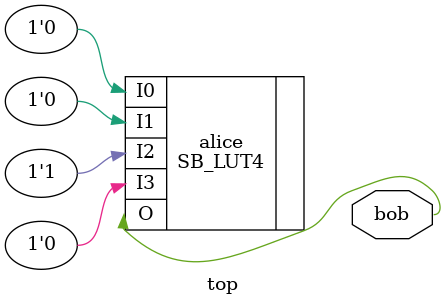
<source format=v>
module top(output bob);
	(* syn_noprune *)
	SB_LUT4 #(
		.LUT_INIT(16'b0000_0000_0000_0000)
	) alice (
		.I0(1'b0),
		.I1(1'b0),
		.I2(1'b1),
		.I3(1'b0),
		.O(bob)
	);
endmodule

</source>
